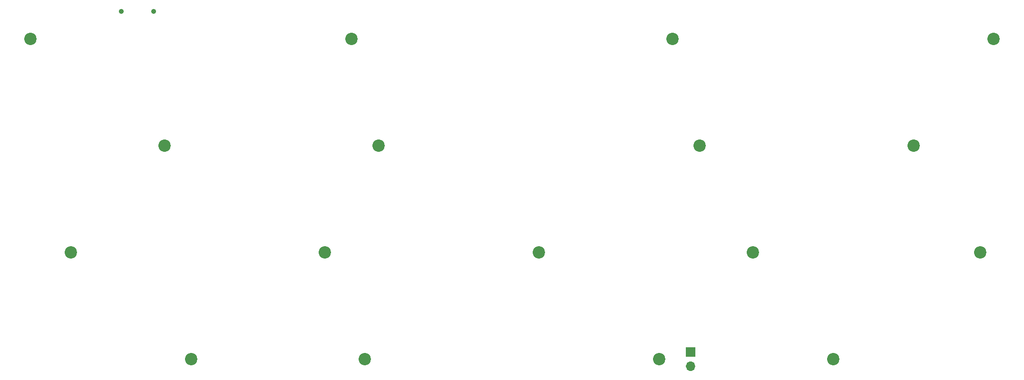
<source format=gbr>
%TF.GenerationSoftware,KiCad,Pcbnew,(7.0.0)*%
%TF.CreationDate,2023-08-01T19:57:12+02:00*%
%TF.ProjectId,travaulta,74726176-6175-46c7-9461-2e6b69636164,rev?*%
%TF.SameCoordinates,Original*%
%TF.FileFunction,Soldermask,Top*%
%TF.FilePolarity,Negative*%
%FSLAX46Y46*%
G04 Gerber Fmt 4.6, Leading zero omitted, Abs format (unit mm)*
G04 Created by KiCad (PCBNEW (7.0.0)) date 2023-08-01 19:57:12*
%MOMM*%
%LPD*%
G01*
G04 APERTURE LIST*
%ADD10C,2.200000*%
%ADD11R,1.700000X1.700000*%
%ADD12O,1.700000X1.700000*%
%ADD13C,0.900000*%
G04 APERTURE END LIST*
D10*
%TO.C,H2*%
X120650000Y-57150000D03*
%TD*%
%TO.C,H11*%
X153987500Y-95250000D03*
%TD*%
%TO.C,H1*%
X63500000Y-57150000D03*
%TD*%
%TO.C,H9*%
X70643750Y-95250000D03*
%TD*%
%TO.C,H13*%
X232568750Y-95250000D03*
%TD*%
%TO.C,H5*%
X87312500Y-76200000D03*
%TD*%
%TO.C,H10*%
X115887500Y-95250000D03*
%TD*%
%TO.C,H8*%
X220662500Y-76200000D03*
%TD*%
%TO.C,H15*%
X123031250Y-114300000D03*
%TD*%
%TO.C,H3*%
X177800000Y-57150000D03*
%TD*%
%TO.C,H17*%
X206375000Y-114300000D03*
%TD*%
%TO.C,H4*%
X234950000Y-57150000D03*
%TD*%
%TO.C,H6*%
X125412500Y-76200000D03*
%TD*%
%TO.C,H16*%
X175418750Y-114300000D03*
%TD*%
%TO.C,H12*%
X192087500Y-95250000D03*
%TD*%
%TO.C,H7*%
X182562500Y-76200000D03*
%TD*%
%TO.C,H14*%
X92075000Y-114300000D03*
%TD*%
D11*
%TO.C,SW38*%
X180974999Y-113024999D03*
D12*
X180974999Y-115564999D03*
%TD*%
D13*
%TO.C,USB1*%
X79660000Y-52271250D03*
X85440000Y-52271250D03*
%TD*%
M02*

</source>
